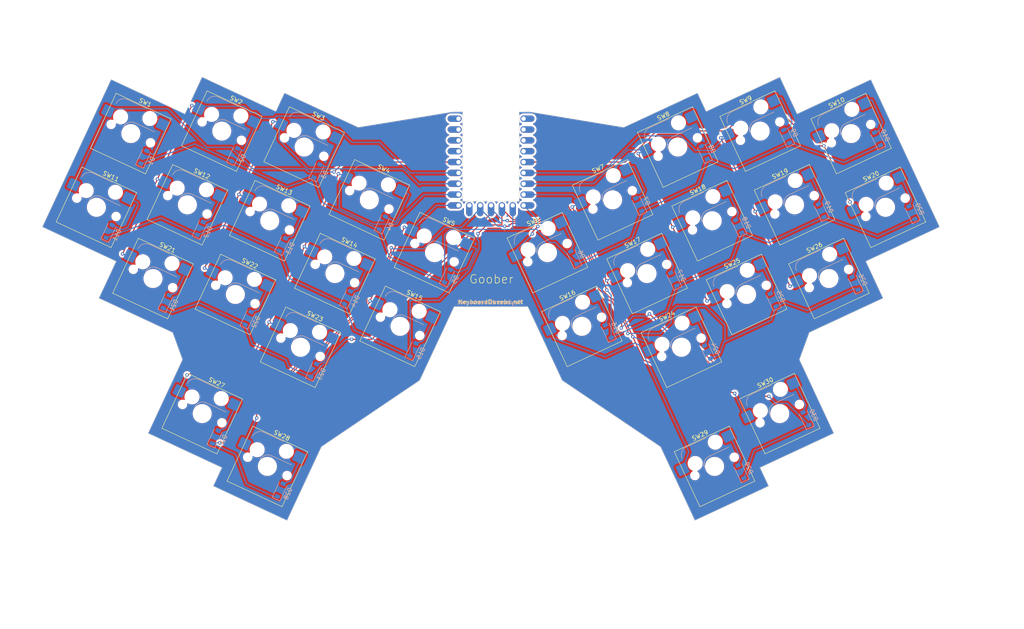
<source format=kicad_pcb>
(kicad_pcb (version 20221018) (generator pcbnew)
  (layers (0 "F.Cu" signal) (31 "B.Cu" signal) (34 "B.Paste" user) (35 "F.Paste" user) (36 "B.SilkS" user "B.Silkscreen") (37 "F.SilkS" user "F.Silkscreen") (38 "B.Mask" user) (39 "F.Mask" user) (44 "Edge.Cuts" user))
  (net 0 "")
  (net 1 "/ROW0")
  (net 2 "Net-(D1-A)")
  (net 3 "Net-(D2-A)")
  (net 4 "Net-(D3-A)")
  (net 5 "Net-(D4-A)")
  (net 6 "Net-(D5-A)")
  (net 7 "Net-(D6-A)")
  (net 8 "Net-(D7-A)")
  (net 9 "Net-(D8-A)")
  (net 10 "Net-(D9-A)")
  (net 11 "Net-(D10-A)")
  (net 12 "/ROW1")
  (net 13 "Net-(D11-A)")
  (net 14 "Net-(D12-A)")
  (net 15 "Net-(D13-A)")
  (net 16 "Net-(D14-A)")
  (net 17 "Net-(D15-A)")
  (net 18 "Net-(D16-A)")
  (net 19 "Net-(D17-A)")
  (net 20 "Net-(D18-A)")
  (net 21 "Net-(D19-A)")
  (net 22 "Net-(D20-A)")
  (net 23 "/ROW2")
  (net 24 "Net-(D21-A)")
  (net 25 "Net-(D22-A)")
  (net 26 "Net-(D23-A)")
  (net 27 "Net-(D24-A)")
  (net 28 "Net-(D25-A)")
  (net 29 "Net-(D26-A)")
  (net 30 "/ROW3")
  (net 31 "Net-(D27-A)")
  (net 32 "Net-(D28-A)")
  (net 33 "Net-(D29-A)")
  (net 34 "Net-(D30-A)")
  (net 35 "/COL0")
  (net 36 "/COL1")
  (net 37 "/COL2")
  (net 38 "/COL3")
  (net 39 "/COL4")
  (net 40 "/COL5")
  (net 41 "/COL6")
  (net 42 "/COL7")
  (net 43 "/COL8")
  (net 44 "/COL9")
  (footprint "PCM_Switch_Keyboard_Hotswap_Kailh:SW_Hotswap_Kailh_MX_1.00u" (layer "F.Cu") (at 158.678038 71.078901 25)
    (fp_text reference "SW17")
    (fp_text value "SW_Push")
  )
  (footprint "PCM_Switch_Keyboard_Hotswap_Kailh:SW_Hotswap_Kailh_MX_1.00u" (layer "F.Cu") (at 135.374716 66.180906 25)
    (fp_text reference "SW6")
    (fp_text value "SW_Push")
  )
  (footprint "PCM_Switch_Keyboard_Hotswap_Kailh:SW_Hotswap_Kailh_MX_1.00u" (layer "F.Cu") (at 150.62716 53.813737 25)
    (fp_text reference "SW7")
    (fp_text value "SW_Push")
  )
  (footprint "PCM_Switch_Keyboard_Hotswap_Kailh:SW_Hotswap_Kailh_MX_1.00u" (layer "F.Cu") (at 37.85974 38.291375 -25)
    (fp_text reference "SW1")
    (fp_text value "SW_Push")
  )
  (footprint "PCM_Switch_Keyboard_Hotswap_Kailh:SW_Hotswap_Kailh_MX_1.00u" (layer "F.Cu") (at 201.259243 72.242308 25)
    (fp_text reference "SW26")
    (fp_text value "SW_Push")
  )
  (footprint "PCM_Switch_Keyboard_Hotswap_Kailh:SW_Hotswap_Kailh_MX_1.00u" (layer "F.Cu") (at 93.680669 53.811427 -25)
    (fp_text reference "SW4")
    (fp_text value "SW_Push")
  )
  (footprint "PCM_Switch_Keyboard_Hotswap_Kailh:SW_Hotswap_Kailh_MX_1.00u" (layer "F.Cu") (at 54.566443 103.88505 -25)
    (fp_text reference "SW27")
    (fp_text value "SW_Push")
  )
  (footprint "PCM_Switch_Keyboard_Hotswap_Kailh:SW_Hotswap_Kailh_MX_1.00u" (layer "F.Cu") (at 43.048586 72.239998 -25)
    (fp_text reference "SW21")
    (fp_text value "SW_Push")
  )
  (footprint "PCM_Switch_Keyboard_Hotswap_Kailh:SW_Hotswap_Kailh_MX_1.00u" (layer "F.Cu") (at 100.882235 83.44376 -25)
    (fp_text reference "SW15")
    (fp_text value "SW_Push")
  )
  (footprint "PCM_Switch_Keyboard_Hotswap_Kailh:SW_Hotswap_Kailh_MX_1.00u" (layer "F.Cu") (at 206.448089 38.293685 25)
    (fp_text reference "SW10")
    (fp_text value "SW_Push")
  )
  (footprint "PCM_Switch_Keyboard_Hotswap_Kailh:SW_Hotswap_Kailh_MX_1.00u" (layer "F.Cu") (at 173.930482 58.711732 25)
    (fp_text reference "SW18")
    (fp_text value "SW_Push")
  )
  (footprint "PCM_Switch_Keyboard_Hotswap_Kailh:SW_Hotswap_Kailh_MX_1.00u" (layer "F.Cu") (at 62.326469 75.974585 -25)
    (fp_text reference "SW22")
    (fp_text value "SW_Push")
  )
  (footprint "PCM_Switch_Keyboard_Hotswap_Kailh:SW_Hotswap_Kailh_MX_1.00u" (layer "F.Cu") (at 51.099464 54.974835 -25)
    (fp_text reference "SW12")
    (fp_text value "SW_Push")
  )
  (footprint "PCM_Switch_Keyboard_Hotswap_Kailh:SW_Hotswap_Kailh_MX_1.00u" (layer "F.Cu") (at 174.488942 116.254529 25)
    (fp_text reference "SW29")
    (fp_text value "SW_Push")
  )
  (footprint "PCM_Switch_Keyboard_Hotswap_Kailh:SW_Hotswap_Kailh_MX_1.00u" (layer "F.Cu") (at 214.498967 55.558849 25)
    (fp_text reference "SW20")
    (fp_text value "SW_Push")
  )
  (footprint "PCM_Switch_Keyboard_Hotswap_Kailh:SW_Hotswap_Kailh_MX_1.00u" (layer "F.Cu") (at 77.578913 88.341754 -25)
    (fp_text reference "SW23")
    (fp_text value "SW_Push")
  )
  (footprint "PCM_Switch_Keyboard_Hotswap_Kailh:SW_Hotswap_Kailh_MX_1.00u" (layer "F.Cu") (at 181.98136 75.976895 25)
    (fp_text reference "SW25")
    (fp_text value "SW_Push")
  )
  (footprint "PCM_Switch_Keyboard_Hotswap_Kailh:SW_Hotswap_Kailh_MX_1.00u" (layer "F.Cu") (at 85.629791 71.076591 -25)
    (fp_text reference "SW14")
    (fp_text value "SW_Push")
  )
  (footprint "PCM_Switch_Keyboard_Hotswap_Kailh:SW_Hotswap_Kailh_MX_1.00u" (layer "F.Cu") (at 165.879604 41.446569 25)
    (fp_text reference "SW8")
    (fp_text value "SW_Push")
  )
  (footprint "PCM_Switch_Keyboard_Hotswap_Kailh:SW_Hotswap_Kailh_MX_1.00u" (layer "F.Cu") (at 69.818887 116.252219 -25)
    (fp_text reference "SW28")
    (fp_text value "SW_Push")
  )
  (footprint "PCM_Switch_Keyboard_Hotswap_Kailh:SW_Hotswap_Kailh_MX_1.00u" (layer "F.Cu") (at 29.808862 55.556539 -25)
    (fp_text reference "SW11")
    (fp_text value "SW_Push")
  )
  (footprint "PCM_Switch_Keyboard_Hotswap_Kailh:SW_Hotswap_Kailh_MX_1.00u" (layer "F.Cu") (at 189.741386 103.88736 25)
    (fp_text reference "SW30")
    (fp_text value "SW_Push")
  )
  (footprint "PCM_Switch_Keyboard_Hotswap_Kailh:SW_Hotswap_Kailh_MX_1.00u" (layer "F.Cu") (at 185.157487 37.711982 25)
    (fp_text reference "SW9")
    (fp_text value "SW_Push")
  )
  (footprint "PCM_Switch_Keyboard_Hotswap_Kailh:SW_Hotswap_Kailh_MX_1.00u" (layer "F.Cu") (at 70.377347 58.709422 -25)
    (fp_text reference "SW13")
    (fp_text value "SW_Push")
  )
  (footprint "PCM_Switch_Keyboard_Hotswap_Kailh:SW_Hotswap_Kailh_MX_1.00u" (layer "F.Cu") (at 193.208365 54.977145 25)
    (fp_text reference "SW19")
    (fp_text value "SW_Push")
  )
  (footprint "PCM_Switch_Keyboard_Hotswap_Kailh:SW_Hotswap_Kailh_MX_1.00u" (layer "F.Cu") (at 108.933113 66.178596 -25)
    (fp_text reference "SW5")
    (fp_text value "SW_Push")
  )
  (footprint "PCM_Switch_Keyboard_Hotswap_Kailh:SW_Hotswap_Kailh_MX_1.00u" (layer "F.Cu") (at 166.728916 88.344064 25)
    (fp_text reference "SW24")
    (fp_text value "SW_Push")
  )
  (footprint "PCM_Switch_Keyboard_Hotswap_Kailh:SW_Hotswap_Kailh_MX_1.00u" (layer "F.Cu") (at 78.428225 41.444259 -25)
    (fp_text reference "SW3")
    (fp_text value "SW_Push")
  )
  (footprint "PCM_Switch_Keyboard_Hotswap_Kailh:SW_Hotswap_Kailh_MX_1.00u" (layer "F.Cu") (at 59.150342 37.709672 -25)
    (fp_text reference "SW2")
    (fp_text value "SW_Push")
  )
  (footprint "PCM_Switch_Keyboard_Hotswap_Kailh:SW_Hotswap_Kailh_MX_1.00u" (layer "F.Cu") (at 143.425594 83.44607 25)
    (fp_text reference "SW16")
    (fp_text value "SW_Push")
  )
  (footprint "Diode_SMD:D_SOD-123" (layer "B.Cu") (at 96.755046 59.238709 65)
    (fp_text reference "D4")
    (fp_text value "1N4148W")
  )
  (footprint "Diode_SMD:D_SOD-123" (layer "B.Cu") (at 191.345292 38.961469 115)
    (fp_text reference "D9")
    (fp_text value "1N4148W")
  )
  (footprint "Diode_SMD:D_SOD-123" (layer "B.Cu") (at 62.170624 43.252961 65)
    (fp_text reference "D2")
    (fp_text value "1N4148W")
  )
  (footprint "Diode_SMD:D_SOD-123" (layer "B.Cu") (at 220.68635 56.80743 115)
    (fp_text reference "D20")
    (fp_text value "1N4148W")
  )
  (footprint "Diode_SMD:D_SOD-123" (layer "B.Cu") (at 32.776316 61.213116 65)
    (fp_text reference "D11")
    (fp_text value "1N4148W")
  )
  (footprint "Diode_SMD:D_SOD-123" (layer "B.Cu") (at 172.093823 42.752701 115)
    (fp_text reference "D8")
    (fp_text value "1N4148W")
  )
  (footprint "Diode_SMD:D_SOD-123" (layer "B.Cu") (at 40.880444 43.833758 65)
    (fp_text reference "D1")
    (fp_text value "1N4148W")
  )
  (footprint "Diode_SMD:D_SOD-123" (layer "B.Cu") (at 180.676325 117.50311 115)
    (fp_text reference "D29")
    (fp_text value "1N4148W")
  )
  (footprint "Diode_SMD:D_SOD-123" (layer "B.Cu") (at 73.371215 64.309356 65)
    (fp_text reference "D13")
    (fp_text value "1N4148W")
  )
  (footprint "Diode_SMD:D_SOD-123" (layer "B.Cu") (at 172.862626 89.477544 115)
    (fp_text reference "D24")
    (fp_text value "1N4148W")
  )
  (footprint "Diode_SMD:D_SOD-123" (layer "B.Cu") (at 80.65329 93.769036 65)
    (fp_text reference "D23")
    (fp_text value "1N4148W")
  )
  (footprint "Diode_SMD:D_SOD-123" (layer "B.Cu") (at 180.144701 60.017864 115)
    (fp_text reference "D18")
    (fp_text value "1N4148W")
  )
  (footprint "Diode_SMD:D_SOD-123" (layer "B.Cu") (at 141.535263 67.371937 115)
    (fp_text reference "D6")
    (fp_text value "1N4148W")
  )
  (footprint "Diode_SMD:D_SOD-123" (layer "B.Cu") (at 57.613984 109.369882 65)
    (fp_text reference "D27")
    (fp_text value "1N4148W")
  )
  (footprint "Diode_SMD:D_SOD-123" (layer "B.Cu") (at 65.320337 81.574519 65)
    (fp_text reference "D22")
    (fp_text value "1N4148W")
  )
  (footprint "Diode_SMD:D_SOD-123" (layer "B.Cu") (at 54.119746 60.518124 65)
    (fp_text reference "D12")
    (fp_text value "1N4148W")
  )
  (footprint "Diode_SMD:D_SOD-123" (layer "B.Cu") (at 195.901932 105.078391 115)
    (fp_text reference "D30")
    (fp_text value "1N4148W")
  )
  (footprint "mcu:rp2040-zero-tht-nocut-extendedpads" (layer "B.Cu") (at 122.174 44.958 180)
    (fp_text reference "U1" hide)
    (fp_text value "rp2040-zero" hide)
  )
  (footprint "Diode_SMD:D_SOD-123" (layer "B.Cu") (at 72.839591 121.794602 65)
    (fp_text reference "D28")
    (fp_text value "1N4148W")
  )
  (footprint "Diode_SMD:D_SOD-123" (layer "B.Cu") (at 156.76087 54.947218 115)
    (fp_text reference "D7")
    (fp_text value "1N4148W")
  )
  (footprint "Diode_SMD:D_SOD-123" (layer "B.Cu") (at 207.392953 73.375789 115)
    (fp_text reference "D26")
    (fp_text value "1N4148W")
  )
  (footprint "Diode_SMD:D_SOD-123" (layer "B.Cu") (at 103.929775 88.928592 65)
    (fp_text reference "D15")
    (fp_text value "1N4148W")
  )
  (footprint "Diode_SMD:D_SOD-123" (layer "B.Cu") (at 164.919093 72.442583 115)
    (fp_text reference "D17")
    (fp_text value "1N4148W")
  )
  (footprint "Diode_SMD:D_SOD-123" (layer "B.Cu") (at 81.422093 47.044192 65)
    (fp_text reference "D3")
    (fp_text value "1N4148W")
  )
  (footprint "Diode_SMD:D_SOD-123" (layer "B.Cu") (at 88.596823 76.734075 65)
    (fp_text reference "D14")
    (fp_text value "1N4148W")
  )
  (footprint "Diode_SMD:D_SOD-123" (layer "B.Cu") (at 212.635472 39.542267 115)
    (fp_text reference "D10")
    (fp_text value "1N4148W")
  )
  (footprint "Diode_SMD:D_SOD-123" (layer "B.Cu") (at 199.44942 56.340827 115)
    (fp_text reference "D19")
    (fp_text value "1N4148W")
  )
  (footprint "Diode_SMD:D_SOD-123" (layer "B.Cu") (at 149.586141 84.6371 115)
    (fp_text reference "D16")
    (fp_text value "1N4148W")
  )
  (footprint "Diode_SMD:D_SOD-123" (layer "B.Cu") (at 46.122963 77.66728 65)
    (fp_text reference "D21")
    (fp_text value "1N4148W")
  )
  (footprint "Diode_SMD:D_SOD-123" (layer "B.Cu") (at 111.980653 71.663429 65)
    (fp_text reference "D5")
    (fp_text value "1N4148W")
  )
  (footprint "Diode_SMD:D_SOD-123" (layer "B.Cu") (at 188.195579 77.283027 115)
    (fp_text reference "D25")
    (fp_text value "1N4148W")
  )
  (gr_line (start 187.15 120.86) (end 185.13 116.54) (stroke (width 0.1)) (layer "Edge.Cuts"))
  (gr_line (start 131.19 33.2) (end 128.77 33.22) (stroke (width 0.1)) (layer "Edge.Cuts"))
  (gr_line (start 115.5 33.2) (end 113.18 33.21) (stroke (width 0.1)) (layer "Edge.Cuts"))
  (gr_line (start 54.54 25.05) (end 50.51 33.69) (stroke (width 0.1)) (layer "Edge.Cuts"))
  (gr_line (start 59.17 116.54) (end 57.16 120.86) (stroke (width 0.1)) (layer "Edge.Cuts"))
  (gr_line (start 138.82 96.11) (end 161.84 111.66) (stroke (width 0.1)) (layer "Edge.Cuts"))
  (gr_line (start 189.77 25.06) (end 172.51 33.1) (stroke (width 0.1)) (layer "Edge.Cuts"))
  (gr_line (start 57.16 120.86) (end 74.42 128.92) (stroke (width 0.1)) (layer "Edge.Cuts"))
  (gr_line (start 115.5 54.15) (end 115.5 33.2) (stroke (width 0.1)) (layer "Edge.Cuts"))
  (gr_line (start 74.42 128.92) (end 82.47 111.65) (stroke (width 0.1)) (layer "Edge.Cuts"))
  (gr_line (start 161.84 111.66) (end 169.88 128.91) (stroke (width 0.1)) (layer "Edge.Cuts"))
  (gr_line (start 211.06 25.63) (end 193.8 33.68) (stroke (width 0.1)) (layer "Edge.Cuts"))
  (gr_line (start 113.18 33.21) (end 91.08 36.83) (stroke (width 0.1)) (layer "Edge.Cuts"))
  (gr_line (start 153.22 36.84) (end 131.19 33.2) (stroke (width 0.1)) (layer "Edge.Cuts"))
  (gr_line (start 71.81 33.1) (end 54.54 25.05) (stroke (width 0.1)) (layer "Edge.Cuts"))
  (gr_line (start 227.16 60.16) (end 211.06 25.63) (stroke (width 0.1)) (layer "Edge.Cuts"))
  (gr_line (start 202.4 108.49) (end 194.35 91.23) (stroke (width 0.1)) (layer "Edge.Cuts"))
  (gr_line (start 91.08 36.83) (end 73.82 28.78) (stroke (width 0.1)) (layer "Edge.Cuts"))
  (gr_line (start 50.51 33.69) (end 33.25 25.61) (stroke (width 0.1)) (layer "Edge.Cuts"))
  (gr_line (start 47.66 84.9) (end 49.95 91.23) (stroke (width 0.1)) (layer "Edge.Cuts"))
  (gr_line (start 73.82 28.78) (end 71.81 33.1) (stroke (width 0.1)) (layer "Edge.Cuts"))
  (gr_line (start 170.49 28.79) (end 153.22 36.84) (stroke (width 0.1)) (layer "Edge.Cuts"))
  (gr_line (start 33.25 25.61) (end 17.15 60.16) (stroke (width 0.1)) (layer "Edge.Cuts"))
  (gr_line (start 172.51 33.1) (end 170.49 28.79) (stroke (width 0.1)) (layer "Edge.Cuts"))
  (gr_line (start 105.48 96.1) (end 113.54 78.83) (stroke (width 0.1)) (layer "Edge.Cuts"))
  (gr_line (start 41.91 108.49) (end 59.17 116.54) (stroke (width 0.1)) (layer "Edge.Cuts"))
  (gr_line (start 128.77 33.22) (end 128.76 54.16) (stroke (width 0.1)) (layer "Edge.Cuts"))
  (gr_line (start 113.54 78.83) (end 130.77 78.83) (stroke (width 0.1)) (layer "Edge.Cuts"))
  (gr_line (start 193.8 33.68) (end 189.77 25.06) (stroke (width 0.1)) (layer "Edge.Cuts"))
  (gr_line (start 82.47 111.65) (end 105.48 96.1) (stroke (width 0.1)) (layer "Edge.Cuts"))
  (gr_line (start 130.77 78.83) (end 138.82 96.11) (stroke (width 0.1)) (layer "Edge.Cuts"))
  (gr_line (start 185.13 116.54) (end 202.4 108.49) (stroke (width 0.1)) (layer "Edge.Cuts"))
  (gr_line (start 213.92 76.85) (end 209.9 68.21) (stroke (width 0.1)) (layer "Edge.Cuts"))
  (gr_line (start 169.88 128.91) (end 187.15 120.86) (stroke (width 0.1)) (layer "Edge.Cuts"))
  (gr_line (start 17.15 60.16) (end 34.42 68.22) (stroke (width 0.1)) (layer "Edge.Cuts"))
  (gr_line (start 209.9 68.21) (end 227.16 60.16) (stroke (width 0.1)) (layer "Edge.Cuts"))
  (gr_line (start 30.39 76.85) (end 47.66 84.9) (stroke (width 0.1)) (layer "Edge.Cuts"))
  (gr_line (start 49.95 91.23) (end 41.91 108.49) (stroke (width 0.1)) (layer "Edge.Cuts"))
  (gr_line (start 194.35 91.23) (end 196.66 84.89) (stroke (width 0.1)) (layer "Edge.Cuts"))
  (gr_line (start 196.66 84.89) (end 213.92 76.85) (stroke (width 0.1)) (layer "Edge.Cuts"))
  (gr_line (start 34.42 68.22) (end 30.39 76.85) (stroke (width 0.1)) (layer "Edge.Cuts"))
  (gr_line (start 128.76 54.16) (end 115.5 54.15) (stroke (width 0.1)) (layer "Edge.Cuts"))
  (gr_text "KeyboardDweebs.net" (at 129.52 78.35) (layer "B.SilkS") (effects (font (size 1 1)) (justify left bottom mirror)))
  (gr_text "KeyboardDweebs.net" (at 114.45 78.31) (layer "F.SilkS") (effects (font (size 1 1)) (justify left bottom)))
  (gr_text "Goober" (at 116.97 73.56) (layer "F.SilkS") (effects (font (size 2 2)) (justify left bottom)))
  (segment (start 52.839816 40.722507) (end 61.473304 44.748369) (width 0.25) (layer "B.Cu") (net 1))
  (segment (start 82.936201 54.61545) (end 96.057726 60.734117) (width 0.25) (layer "B.Cu") (net 1))
  (segment (start 179.037096 46.521449) (end 192.042612 40.456877) (width 0.25) (layer "B.Cu") (net 1))
  (segment (start 127.254 60.731837) (end 132.867837 60.731837) (width 0.25) (layer "B.Cu") (net 1))
  (segment (start 204.699304 45.063536) (end 213.332792 41.037675) (width 0.25) (layer "B.Cu") (net 1))
  (segment (start 111.283333 73.158837) (end 111.308113 73.134057) (width 0.25) (layer "B.Cu") (net 1))
  (segment (start 127.254 60.731837) (end 127.254 55.118) (width 0.25) (layer "B.Cu") (net 1))
  (segment (start 111.308113 73.134057) (end 111.308113 62.03492) (width 0.25) (layer "B.Cu") (net 1))
  (segment (start 157.458191 56.442626) (end 170.579715 50.323958) (width 0.25) (layer "B.Cu") (net 1))
  (segment (start 61.473304 44.748369) (end 74.47882 50.812941) (width 0.25) (layer "B.Cu") (net 1))
  (segment (start 155.123905 62.856023) (end 157.458191 56.442626) (width 0.25) (layer "B.Cu") (net 1))
  (segment (start 132.867837 60.731837) (end 135.941906 63.805906) (width 0.25) (layer "B.Cu") (net 1))
  (segment (start 80.724773 48.5396) (end 82.936201 54.61545) (width 0.25) (layer "B.Cu") (net 1))
  (segment (start 172.791143 44.248108) (end 179.037096 46.521449) (width 0.25) (layer "B.Cu") (net 1))
  (segment (start 170.579715 50.323958) (end 172.791143 44.248108) (width 0.25) (layer "B.Cu") (net 1))
  (segment (start 192.042612 40.456877) (end 204.699304 45.063536) (width 0.25) (layer "B.Cu") (net 1))
  (segment (start 135.941906 63.805906) (end 137.171144 63.805906) (width 0.25) (layer "B.Cu") (net 1))
  (segment (start 98.392011 67.147514) (end 111.283333 73.158836) (width 0.25) (layer "B.Cu") (net 1))
  (segment (start 137.171144 63.805906) (end 142.232583 68.867345) (width 0.25) (layer "B.Cu") (net 1))
  (segment (start 96.057726 60.734117) (end 98.392011 67.147514) (width 0.25) (layer "B.Cu") (net 1))
  (segment (start 40.183124 45.329166) (end 52.839816 40.722507) (width 0.25) (layer "B.Cu") (net 1))
  (segment (start 142.232583 68.867345) (end 155.123905 62.856023) (width 0.25) (layer "B.Cu") (net 1))
  (segment (start 112.611196 60.731837) (end 127.254 60.731837) (width 0.25) (layer "B.Cu") (net 1))
  (segment (start 111.308113 62.03492) (end 112.611196 60.731837) (width 0.25) (layer "B.Cu") (net 1))
  (segment (start 74.47882 50.812941) (end 80.724773 48.5396) (width 0.25) (layer "B.Cu") (net 1))
  (segment (start 45.792719 37.506457) (end 43.13593 43.203961) (width 0.25) (layer "B.Cu") (net 2))
  (segment (start 45.301291 36.156268) (end 45.792719 37.506457) (width 0.25) (layer "B.Cu") (net 2))
  (segment (start 43.13593 43.203961) (end 41.638709 42.505795) (width 0.25) (layer "B.Cu") (net 2))
  (segment (start 41.638709 42.505795) (end 41.577764 42.338351) (width 0.25) (layer "B.Cu") (net 2))
  (segment (start 64.250002 42.399811) (end 62.870602 41.756586) (width 0.25) (layer "B.Cu") (net 3))
  (segment (start 66.591893 35.574564) (end 66.960465 36.587206) (width 0.25) (layer "B.Cu") (net 3))
  (segment (start 66.960465 36.587206) (end 64.250002 42.399811) (width 0.25) (layer "B.Cu") (net 3))
  (segment (start 62.870602 41.756586) (end 62.867944 41.757553) (width 0.25) (layer "B.Cu") (net 3))
  (segment (start 83.554721 46.076847) (end 82.289516 45.486872) (width 0.25) (layer "B.Cu") (net 4))
  (segment (start 83.892269 45.95399) (end 83.554721 46.076847) (width 0.25) (layer "B.Cu") (net 4))
  (segment (start 85.869776 39.309151) (end 86.790585 39.738531) (width 0.25) (layer "B.Cu") (net 4))
  (segment (start 86.790585 39.738531) (end 83.892269 45.95399) (width 0.25) (layer "B.Cu") (net 4))
  (segment (start 82.289516 45.486872) (end 82.119413 45.548784) (width 0.25) (layer "B.Cu") (net 4))
  (segment (start 101.12222 51.67632) (end 102.906287 52.508244) (width 0.25) (layer "B.Cu") (net 5))
  (segment (start 97.513311 57.910746) (end 97.452366 57.743301) (width 0.25) (layer "B.Cu") (net 5))
  (segment (start 102.937001 52.592631) (end 99.93134 59.038292) (width 0.25) (layer "B.Cu") (net 5))
  (segment (start 99.93134 59.038292) (end 97.513311 57.910746) (width 0.25) (layer "B.Cu") (net 5))
  (segment (start 102.906287 52.508244) (end 102.937001 52.592631) (width 0.25) (layer "B.Cu") (net 5))
  (segment (start 112.848076 70.106108) (end 112.677973 70.168021) (width 0.25) (layer "B.Cu") (net 6))
  (segment (start 116.436092 64.212262) (end 118.853215 65.339385) (width 0.25) (layer "B.Cu") (net 6))
  (segment (start 118.853215 65.339385) (end 116.706314 69.943429) (width 0.25) (layer "B.Cu") (net 6))
  (segment (start 116.706314 69.943429) (end 114.343484 70.803429) (width 0.25) (layer "B.Cu") (net 6))
  (segment (start 114.343484 70.803429) (end 112.848076 70.106108) (width 0.25) (layer "B.Cu") (net 6))
  (segment (start 116.374664 64.043489) (end 116.436092 64.212262) (width 0.25) (layer "B.Cu") (net 6))
  (segment (start 141.442555 64.215372) (end 140.837943 65.876529) (width 0.25) (layer "B.Cu") (net 7))
  (segment (start 138.522466 59.107927) (end 139.170981 59.343967) (width 0.25) (layer "B.Cu") (net 7))
  (segment (start 139.170981 59.343967) (end 141.442555 64.215372) (width 0.25) (layer "B.Cu") (net 7))
  (segment (start 158.104543 51.518073) (end 157.674059 52.700817) (width 0.25) (layer "B.Cu") (net 8))
  (segment (start 155.528262 45.993221) (end 158.104543 51.518073) (width 0.25) (layer "B.Cu") (net 8))
  (segment (start 157.674059 52.700817) (end 156.06355 53.45181) (width 0.25) (layer "B.Cu") (net 8))
  (segment (start 153.859296 46.771472) (end 155.528262 45.993221) (width 0.25) (layer "B.Cu") (net 8))
  (segment (start 153.774909 46.740758) (end 153.859296 46.771472) (width 0.25) (layer "B.Cu") (net 8))
  (segment (start 169.027353 34.373589) (end 170.546316 34.926446) (width 0.25) (layer "B.Cu") (net 9))
  (segment (start 170.546316 34.926446) (end 173.068924 40.336198) (width 0.25) (layer "B.Cu") (net 9))
  (segment (start 173.068924 40.336198) (end 173.007012 40.5063) (width 0.25) (layer "B.Cu") (net 9))
  (segment (start 173.007012 40.5063) (end 171.396503 41.257293) (width 0.25) (layer "B.Cu") (net 9))
  (segment (start 192.63487 35.416317) (end 192.143441 36.766506) (width 0.25) (layer "B.Cu") (net 10))
  (segment (start 190.64894 37.463404) (end 190.647972 37.466061) (width 0.25) (layer "B.Cu") (net 10))
  (segment (start 188.389623 30.669717) (end 190.058589 29.891465) (width 0.25) (layer "B.Cu") (net 10))
  (segment (start 192.143441 36.766506) (end 190.64894 37.463404) (width 0.25) (layer "B.Cu") (net 10))
  (segment (start 188.305236 30.639002) (end 188.389623 30.669717) (width 0.25) (layer "B.Cu") (net 10))
  (segment (start 190.058589 29.891465) (end 192.63487 35.416317) (width 0.25) (layer "B.Cu") (net 10))
  (segment (start 209.626553 31.136319) (end 211.295518 30.358068) (width 0.25) (layer "B.Cu") (net 11))
  (segment (start 211.295518 30.358068) (end 213.764454 35.652718) (width 0.25) (layer "B.Cu") (net 11))
  (segment (start 213.088256 37.510556) (end 211.938152 38.046859) (width 0.25) (layer "B.Cu") (net 11))
  (segment (start 213.764454 35.652718) (end 213.088256 37.510556) (width 0.25) (layer "B.Cu") (net 11))
  (segment (start 209.595838 31.220706) (end 209.626553 31.136319) (width 0.25) (layer "B.Cu") (net 11))
  (segment (start 140.877861 56.21236) (end 140.61 55.98) (width 0.25) (layer "F.Cu") (net 12))
  (segment (start 124.714 55.88828) (end 124.714 55.118) (width 0.25) (layer "F.Cu") (net 12))
  (segment (start 119.126 61.722) (end 121.158 59.69) (width 0.25) (layer "F.Cu") (net 12))
  (segment (start 137.16 54.61) (end 133.35 58.42) (width 0.25) (layer "F.Cu") (net 12))
  (segment (start 139.954 54.61) (end 137.16 54.61) (width 0.25) (layer "F.Cu") (net 12))
  (segment (start 148.31 72.55) (end 148.13 72.22) (width 0.25) (layer "F.Cu") (net 12))
  (segment (start 140.97 56.45) (end 140.877861 56.21236) (width 0.25) (layer "F.Cu") (net 12))
  (segment (start 148.45 72.77) (end 148.31 72.55) (width 0.25) (layer "F.Cu") (net 12))
  (segment (start 148.13 72.22) (end 140.97 56.45) (width 0.25) (layer "F.Cu") (net 12))
  (segment (start 127.24572 58.42) (end 124.714 55.88828) (width 0.25) (layer "F.Cu") (net 12))
  (segment (start 133.35 58.42) (end 127.24572 58.42) (width 0.25) (layer "F.Cu") (net 12))
  (segment (start 140.61 55.98) (end 139.954 54.61) (width 0.25) (layer "F.Cu") (net 12))
  (segment (start 124.714 59.69) (end 124.714 55.118) (width 0.25) (layer "F.Cu") (net 12))
  (segment (start 121.158 59.69) (end 124.714 59.69) (width 0.25) (layer "F.Cu") (net 12))
  (segment (start 149.260829 74.94) (end 148.45 72.77) (width 0.25) (layer "F.Cu") (net 12))
  (via (at 119.126 61.722) (size 0.8) (drill 0.4) (layers "F.Cu" "B.Cu") (net 12))
  (via (at 149.260829 74.94) (size 0.8) (drill 0.4) (layers "F.Cu" "B.Cu") (net 12))
  (segment (start 53.422426 62.013532) (end 59.668378 59.740191) (width 0.25) (layer "B.Cu") (net 12))
  (segment (start 59.668378 59.740191) (end 72.673895 65.804763) (width 0.25) (layer "B.Cu") (net 12))
  (segment (start 44.903133 58.04092) (end 53.422426 62.013532) (width 0.25) (layer "B.Cu") (net 12))
  (segment (start 118.872 62.992) (end 119.339828 63.459828) (width 0.25) (layer "B.Cu") (net 12))
  (segment (start 200.14674 57.836235) (end 212.635987 62.381949) (width 0.25) (layer "B.Cu") (net 12))
  (segment (start 165.616414 73.937991) (end 178.507735 67.926669) (width 0.25) (layer "B.Cu") (net 12))
  (segment (start 212.635987 62.381949) (end 221.38367 58.302838) (width 0.25) (layer "B.Cu") (net 12))
  (segment (start 119.126 61.722) (end 119.126 62.738) (width 0.25) (layer "B.Cu") (net 12))
  (segment (start 90.110931 84.305333) (end 103.232455 90.424) (width 0.25) (layer "B.Cu") (net 12))
  (segment (start 103.1 77.34) (end 103.257235 77.497235) (width 0.25) (layer "B.Cu") (net 12))
  (segment (start 87.899503 78.229483) (end 90.110931 84.305333) (width 0.25) (layer "B.Cu") (net 12))
  (segment (start 163.404985 80.013841) (end 165.616414 73.937991) (width 0.25) (layer "B.Cu") (net 12))
  (segment (start 103.257235 90.39922) (end 103.232455 90.424) (width 0.25) (layer "B.Cu") (net 12))
  (segment (start 119.126 62.738) (end 118.872 62.992) (width 0.25) (layer "B.Cu") (net 12))
  (segment (start 180.842021 61.513272) (end 187.255418 63.847557) (width 0.25) (layer "B.Cu") (net 12))
  (segment (start 32.078996 62.708524) (end 44.903133 58.04092) (width 0.25) (layer "B.Cu") (net 12))
  (segment (start 117.035378 70.30254) (end 109.997918 77.34) (width 0.25) (layer "B.Cu") (net 12))
  (segment (start 150.283461 76.115461) (end 150.283461 86.132508) (width 0.25) (layer "B.Cu") (net 12))
  (segment (start 109.997918 77.34) (end 103.1 77.34) (width 0.25) (layer "B.Cu") (net 12))
  (segment (start 187.255418 63.847557) (end 200.14674 57.836235) (width 0.25) (layer "B.Cu") (net 12))
  (segment (start 75.008181 72.21816) (end 87.899503 78.229483) (width 0.25) (layer "B.Cu") (net 12))
  (segment (start 119.339828 63.459828) (end 119.339828 65.360631) (width 0.25) (layer "B.Cu") (net 12))
  (segment (start 178.507735 67.926669) (end 180.842021 61.513272) (width 0.25) (layer "B.Cu") (net 12))
  (segment (start 119.339828 65.360631) (end 117.035378 70.30254) (width 0.25) (layer "B.Cu") (net 12))
  (segment (start 103.257235 77.497235) (end 103.257235 90.39922) (width 0.25) (layer "B.Cu") (net 12))
  (segment (start 149.260829 74.94) (end 150.283461 76.115461) (width 0.25) (layer "B.Cu") (net 12))
  (segment (start 150.283461 86.132508) (end 163.404985 80.013841) (width 0.25) (layer "B.Cu") (net 12))
  (segment (start 72.673895 65.804763) (end 75.008181 72.21816) (width 0.25) (layer "B.Cu") (net 12))
  (segment (start 39.594783 55.00508) (end 37.125847 60.29973) (width 0.25) (layer "B.Cu") (net 13))
  (segment (start 35.775658 60.791159) (end 33.473637 59.717709) (width 0.25) (layer "B.Cu") (net 13))
  (segment (start 37.125847 60.29973) (end 35.775658 60.791159) (width 0.25) (layer "B.Cu") (net 13))
  (segment (start 37.250413 53.421431) (end 39.379783 54.414373) (width 0.25) (layer "B.Cu") (net 13))
  (segment (start 39.379783 54.414373) (end 39.594783 55.00508) (width 0.25) (layer "B.Cu") (net 13))
  (segment (start 58.777056 53.488243) (end 56.478224 58.418104) (width 0.25) (layer "B.Cu") (net 14))
  (segment (start 56.478224 58.418104) (end 54.817066 59.022716) (width 0.25) (layer "B.Cu") (net 14))
  (segment (start 58.541015 52.839727) (end 58.777056 53.488243) (width 0.25) (layer "B.Cu") (net 14))
  (segment (start 75.729693 62.209336) (end 74.068535 62.813948) (width 0.25) (layer "B.Cu") (net 15))
  (segment (start 78.054939 57.22283) (end 75.729693 62.209336) (width 0.25) (layer "B.Cu") (net 15))
  (segment (start 77.818898 56.574314) (end 78.054939 57.22283) (width 0.25) (layer "B.Cu") (net 15))
  (segment (start 90.9553 74.634055) (end 89.294143 75.238667) (width 0.25) (layer "B.Cu") (net 16))
  (segment (start 93.307382 69.589999) (end 90.9553 74.634055) (width 0.25) (layer "B.Cu") (net 16))
  (segment (start 93.071342 68.941483) (end 93.307382 69.589999) (width 0.25) (layer "B.Cu") (net 16))
  (segment (start 108.323786 81.308652) (end 108.559826 81.957168) (width 0.25) (layer "B.Cu") (net 17))
  (segment (start 106.288253 86.828572) (end 104.627096 87.433184) (width 0.25) (layer "B.Cu") (net 17))
  (segment (start 108.559826 81.957168) (end 106.288253 86.828572) (width 0.25) (layer "B.Cu") (net 17))
  (segment (start 149.493432 81.480535) (end 148.888821 83.141692) (width 0.25) (layer "B.Cu") (net 18))
  (segment (start 146.573343 76.37309) (end 147.221859 76.609131) (width 0.25) (layer "B.Cu") (net 18))
  (segment (start 147.221859 76.609131) (end 149.493432 81.480535) (width 0.25) (layer "B.Cu") (net 18))
  (segment (start 164.826385 69.286018) (end 164.221773 70.947175) (width 0.25) (layer "B.Cu") (net 19))
  (segment (start 162.474303 64.241962) (end 164.826385 69.286018) (width 0.25) (layer "B.Cu") (net 19))
  (segment (start 161.825787 64.005921) (end 162.474303 64.241962) (width 0.25) (layer "B.Cu") (net 19))
  (segment (start 177.078231 51.638753) (end 177.726747 51.874793) (width 0.25) (layer "B.Cu") (net 20))
  (segment (start 177.726747 51.874793) (end 180.051993 56.861299) (width 0.25) (layer "B.Cu") (net 20))
  (segment (start 180.051993 56.861299) (end 179.447381 58.522456) (width 0.25) (layer "B.Cu") (net 20))
  (segment (start 199.356712 53.184262) (end 198.7521 54.84542) (width 0.25) (layer "B.Cu") (net 21))
  (segment (start 197.00463 48.140206) (end 199.356712 53.184262) (width 0.25) (layer "B.Cu") (net 21))
  (segment (start 196.356114 47.904166) (end 197.00463 48.140206) (width 0.25) (layer "B.Cu") (net 21))
  (segment (start 217.646716 48.485869) (end 218.295232 48.72191) (width 0.25) (layer "B.Cu") (net 22))
  (segment (start 220.593642 53.650865) (end 219.98903 55.312022) (width 0.25) (layer "B.Cu") (net 22))
  (segment (start 218.295232 48.72191) (end 220.593642 53.650865) (width 0.25) (layer "B.Cu") (net 22))
  (segment (start 140.680188 56.900188) (end 147.797313 72.575757) (width 0.25) (layer "F.Cu") (net 23))
  (segment (start 100.402653 80.318569) (end 94.229923 86.491299) (width 0.25) (layer "F.Cu") (net 23))
  (segment (start 139.791134 56.011134) (end 140.680188 56.900188) (width 0.25) (layer "F.Cu") (net 23))
  (segment (start 139.665335 55.06) (end 139.675335 55.07) (width 0.25) (layer "F.Cu") (net 23))
  (segment (start 147.797313 74.501789) (end 150.159796 76.864272) (width 0.25) (layer "F.Cu") (net 23))
  (segment (start 150.159796 76.864272) (end 150.159796 77.017101) (width 0.25) (layer "F.Cu") (net 23))
  (segment (start 147.797313 72.575757) (end 147.797313 74.501789) (width 0.25) (layer "F.Cu") (net 23))
  (segment (start 139.791134 55.311836) (end 139.791134 56.011134) (width 0.25) (layer "F.Cu") (net 23))
  (segment (start 100.402653 78.744557) (end 100.402653 80.318569) (width 0.25) (layer "F.Cu") (net 23))
  (segment (start 94.229923 86.491299) (end 89.539299 86.491299) (width 0.25) (layer "F.Cu") (net 23))
  (segment (start 154.191768 84.459908) (end 154.191768 85.109433) (width 0.25) (layer "F.Cu") (net 23))
  (segment (start 150.72113 77.017101) (end 154.191768 84.459908) (width 0.25) (layer "F.Cu") (net 23))
  (segment (start 139.675335 55.07) (end 139.791134 55.311836) (width 0.25) (layer "F.Cu") (net 23))
  (segment (start 122.174 55.118) (end 122.174 56.97321) (width 0.25) (layer "F.Cu") (net 23))
  (segment (start 122.174 56.97321) (end 100.402653 78.744557) (width 0.25) (layer "F.Cu") (net 23))
  (segment (start 137.346396 55.06) (end 139.665335 55.06) (width 0.25) (layer "F.Cu") (net 23))
  (segment (start 125.984 58.674) (end 126.18 58.87) (width 0.25) (layer "F.Cu") (net 23))
  (segment (start 126.18 58.87) (end 133.536396 58.87) (width 0.25) (layer "F.Cu") (net 23))
  (segment (start 133.536396 58.87) (end 137.346396 55.06) (width 0.25) (layer "F.Cu") (net 23))
  (segment (start 150.159796 77.017101) (end 150.72113 77.017101) (width 0.25) (layer "F.Cu") (net 23))
  (via (at 125.984 58.674) (size 0.8) (drill 0.4) (layers "F.Cu" "B.Cu") (net 23))
  (via (at 89.539299 86.491299) (size 0.8) (drill 0.4) (layers "F.Cu" "B.Cu") (net 23))
  (via (at 154.191768 85.109433) (size 0.8) (drill 0.4) (layers "F.Cu" "B.Cu") (net 23))
  (segment (start 83.107282 92.113132) (end 79.95597 95.264444) (width 0.25) (layer "B.Cu") (net 23))
  (segment (start 176.676474 87.138602) (end 176.934352 87.018352) (width 0.25) (layer "B.Cu") (net 23))
  (segment (start 164.338 82.525601) (end 164.338 80.01) (width 0.25) (layer "B.Cu") (net 23))
  (segment (start 176.934352 83.208352) (end 176.934352 87.018352) (width 0.25) (layer "B.Cu") (net 23))
  (segment (start 74.775514 92.848758) (end 79.95597 95.264444) (width 0.25) (layer "B.Cu") (net 23))
  (segment (start 125.984 58.674) (end 124.95972 58.674) (width 0.25) (layer "B.Cu") (net 23))
  (segment (start 164.338 80.01) (end 165.608 78.74) (width 0.25) (layer "B.Cu") (net 23))
  (segment (start 173.559946 90.972952) (end 175.632672 90.006424) (width 0.25) (layer "B.Cu") (net 23))
  (segment (start 64.562072 82.902482) (end 64.623017 83.069927) (width 0.25) (layer "B.Cu") (net 23))
  (segment (start 188.892899 78.778435) (end 190.963812 77.812752) (width 0.25) (layer "B.Cu") (net 23))
  (segment (start 88.260701 86.491299) (end 83.879893 90.872107) (width 0.25) (layer "B.Cu") (net 23))
  (segment (start 122.174 55.88828) (end 122.174 55.118) (width 0.25) (layer "B.Cu") (net 23))
  (segment (start 83.879893 90.872107) (end 83.340832 92.028127) (width 0.25) (layer "B.Cu") (net 23))
  (segment (start 161.754168 85.109433) (end 164.338 82.525601) (width 0.25) (layer "B.Cu") (net 23))
  (segment (start 47.61347 80.182889) (end 53.856765 77.910515) (width 0.25) (layer "B.Cu") (net 23))
  (segment (start 45.425643 79.162688) (end 47.61347 80.182889) (width 0.25) (layer "B.Cu") (net 23))
  (segment (start 196.197123 79.717522) (end 207.247734 74.564537) (width 0.25) (layer "B.Cu") (net 23))
  (segment (start 53.856765 77.910515) (end 64.562072 82.902482) (width 0.25) (layer "B.Cu") (net 23))
  (segment (start 66.282072 87.628143) (end 74.223141 91.331124) (width 0.25) (layer "B.Cu") (net 23))
  (segment (start 165.608 78.74) (end 172.466 78.74) (width 0.25) (layer "B.Cu") (net 23))
  (segment (start 207.247734 74.564537) (end 208.090273 74.871196) (width 0.25) (layer "B.Cu") (net 23))
  (segment (start 124.95972 58.674) (end 122.174 55.88828) (width 0.25) (layer "B.Cu") (net 23))
  (segment (start 64.623017 83.069927) (end 66.282072 87.628143) (width 0.25) (layer "B.Cu") (net 23))
  (segment (start 74.223141 91.331124) (end 74.775514 92.848758) (width 0.25) (layer "B.Cu") (net 23))
  (segment (start 154.191768 85.109433) (end 161.754168 85.109433) (width 0.25) (layer "B.Cu") (net 23))
  (segment (start 172.466 78.74) (end 176.934352 83.208352) (width 0.25) (layer "B.Cu") (net 23))
  (segment (start 176.934352 87.018352) (end 187.725272 81.986463) (width 0.25) (layer "B.Cu") (net 23))
  (segment (start 190.963812 77.812752) (end 196.197123 79.717522) (width 0.25) (layer "B.Cu") (net 23))
  (segment (start 89.539299 86.491299) (end 88.260701 86.491299) (width 0.25) (layer "B.Cu") (net 23))
  (segment (start 187.725272 81.986463) (end 188.892899 78.778435) (width 0.25) (layer "B.Cu") (net 23))
  (segment (start 175.632672 90.006424) (end 176.676474 87.138602) (width 0.25) (layer "B.Cu") (net 23))
  (segment (start 83.340832 92.028127) (end 83.107282 92.113132) (width 0.25) (layer "B.Cu") (net 23))
  (segment (start 50.490137 70.104891) (end 50.726178 70.753407) (width 0.25) (layer "B.Cu") (net 24))
  (segment (start 48.481441 75.56726) (end 46.820283 76.171872) (width 0.25) (layer "B.Cu") (net 24))
  (segment (start 50.726178 70.753407) (end 48.481441 75.56726) (width 0.25) (layer "B.Cu") (net 24))
  (segment (start 69.76802 73.839478) (end 70.004061 74.487994) (width 0.25) (layer "B.Cu") (net 25))
  (segment (start 67.678815 79.474499) (end 66.017657 80.079111) (width 0.25) (layer "B.Cu") (net 25))
  (segment (start 70.004061 74.487994) (end 67.678815 79.474499) (width 0.25) (layer "B.Cu") (net 25))
  (segment (start 85.020464 86.206646) (end 85.256504 86.855162) (width 0.25) (layer "B.Cu") (net 26))
  (segment (start 83.011768 91.669016) (end 81.35061 92.273628) (width 0.25) (layer "B.Cu") (net 26))
  (segment (start 85.256504 86.855162) (end 83.011768 91.669016) (width 0.25) (layer "B.Cu") (net 26))
  (segment (start 169.876665 81.271085) (end 170.525181 81.507125) (width 0.25) (layer "B.Cu") (net 27))
  (segment (start 170.525181 81.507125) (end 172.769918 86.320979) (width 0.25) (layer "B.Cu") (net 27))
  (segment (start 172.769918 86.320979) (end 172.165306 87.982137) (width 0.25) (layer "B.Cu") (net 27))
  (segment (start 188.102871 74.126462) (end 187.498259 75.787619) (width 0.25) (layer "B.Cu") (net 28))
  (segment (start 185.777625 69.139956) (end 188.102871 74.126462) (width 0.25) (layer "B.Cu") (net 28))
  (segment (start 185.129109 68.903916) (end 185.777625 69.139956) (width 0.25) (layer "B.Cu") (net 28))
  (segment (start 204.406992 65.169329) (end 205.055508 65.405369) (width 0.25) (layer "B.Cu") (net 29))
  (segment (start 207.300245 70.219223) (end 206.695633 71.880381) (width 0.25) (layer "B.Cu") (net 29))
  (segment (start 205.055508 65.405369) (end 207.300245 70.219223) (width 0.25) (layer "B.Cu") (net 29))
  (segment (start 152.749104 82.430896) (end 150.434448 77.467101) (width 0.25) (layer "F.Cu") (net 30))
  (segment (start 127.02 59.32) (end 126.332663 60.007337) (width 0.25) (layer "F.Cu") (net 30))
  (segment (start 59.944 110.744) (end 58.674 110.744) (width 0.25) (layer "F.Cu") (net 30))
  (segment (start 159.258 80.518) (end 163.30657 84.56657) (width 0.25) (layer "F.Cu") (net 30))
  (segment (start 152.749104 83.724896) (end 152.749104 82.430896) (width 0.25) (layer "F.Cu") (net 30))
  (segment (start 98.767372 65.062628) (end 98.767372 65.878773) (width 0.25) (layer "F.Cu") (net 30))
  (segment (start 152.654 83.82) (end 152.749104 83.724896) (width 0.25) (layer "F.Cu") (net 30))
  (segment (start 80.85 88.429424) (end 59.944 109.335424) (width 0.25) (layer "F.Cu") (net 30))
  (segment (start 98.767372 65.878773) (end 94.160347 75.758571) (width 0.25) (layer "F.Cu") (net 30))
  (segment (start 140.304219 57.160615) (end 138.653604 55.51) (width 0.25) (layer "F.Cu") (net 30))
  (segment (start 133.722792 59.32) (end 127.02 59.32) (width 0.25) (layer "F.Cu") (net 30))
  (segment (start 93.119937 77.822063) (end 83.058 87.884) (width 0.25) (layer "F.Cu") (net 30))
  (segment (start 149.9734 77.467101) (end 148.599564 76.093265) (width 0.25) (layer "F.Cu") (net 30))
  (segment (start 81.026 87.884) (end 80.85 88.06) (width 0.25) (layer "F.Cu") (net 30))
  (segment (start 148.599564 75.940436) (end 147.347313 74.688185) (width 0.25) (layer "F.Cu") (net 30))
  (segment (start 94.160347 75.758571) (end 93.119937 76.798982) (width 0.25) (layer "F.Cu") (net 30))
  (segment (start 150.434448 77.467101) (end 149.9734 77.467101) (width 0.25) (layer "F.Cu") (net 30))
  (segment (start 148.599564 76.093265) (end 148.599564 75.940436) (width 0.25) (layer "F.Cu") (net 30))
  (segment (start 169.418 87.122) (end 182.118 99.822) (width 0.25) (layer "F.Cu") (net 30))
  (segment (start 147.347313 72.67313) (end 140.304219 57.160615) (width 0.25) (layer "F.Cu") (net 30))
  (segment (start 126.332663 60.007337) (end 125.365305 60.007337) (width 0.25) (layer "F.Cu") (net 30))
  (segment (start 98.806 65.024) (end 98.767372 65.062628) (width 0.25) (layer "F.Cu") (net 30))
  (segment (start 93.119937 76.798982) (end 93.119937 77.822063) (width 0.25) (layer "F.Cu") (net 30))
  (segment (start 59.944 109.335424) (end 59.944 110.744) (width 0.25) (layer "F.Cu") (net 30))
  (segment (start 166.86257 84.56657) (end 169.418 87.122) (width 0.25) (layer "F.Cu") (net 30))
  (segment (start 182.118 99.822) (end 187.198 99.822) (width 0.25) (layer "F.Cu") (net 30))
  (segment (start 137.532792 55.51) (end 133.722792 59.32) (width 0.25) (layer "F.Cu") (net 30))
  (segment (start 83.058 87.884) (end 81.026 87.884) (width 0.25) (layer "F.Cu") (net 30))
  (segment (start 138.653604 55.51) (end 137.532792 55.51) (width 0.25) (layer "F.Cu") (net 30))
  (segment (start 163.30657 84.56657) (end 166.86257 84.56657) (width 0.25) (layer "F.Cu") (net 30))
  (segment (start 80.85 88.06) (end 80.85 88.429424) (width 0.25) (layer "F.Cu") (net 30))
  (segment (start 147.347313 74.688185) (end 147.347313 72.67313) (width 0.25) (layer "F.Cu") (net 30))
  (via (at 187.198 99.822) (size 0.8) (drill 0.4) (layers "F.Cu" "B.Cu") (net 30))
  (via (at 152.654 83.82) (size 0.8) (drill 0.4) (layers "F.Cu" "B.Cu") (net 30))
  (via (at 159.258 80.518) (size 0.8) (drill 0.4) (layers "F.Cu" "B.Cu") (net 30))
  (via (at 125.365305 60.007337) (size 0.8) (drill 0.4) (layers "F.Cu" "B.Cu") (net 30))
  (via (at 98.806 65.024) (size 0.8) (drill 0.4) (layers "F.Cu" "B.Cu") (net 30))
  (via (at 58.674 110.744) (size 0.8) (drill 0.4) (layers "F.Cu" "B.Cu") (net 30))
  (segment (start 123.753057 60.007337) (end 125.365305 60.007337) (width 0.25) (layer "B.Cu") (net 30))
  (segment (start 71.634622 123.474779) (end 72.142271 123.290009) (width 0.25) (layer "B.Cu") (net 30))
  (segment (start 158.75 81.026) (end 159.258 80.518) (width 0.25) (layer "B.Cu") (net 30))
  (segment (start 152.654 83.82) (end 155.448 81.026) (width 0.25) (layer "B.Cu") (net 30))
  (segment (start 57.037954 110.744) (end 56.916664 110.86529) (width 0.25) (layer "B.Cu") (net 30))
  (segment (start 183.707931 112.585121) (end 196.599252 106.573799) (width 0.25) (layer "B.Cu") (net 30))
  (segment (start 187.198 99.822) (end 188.88836 101.51236) (width 0.25) (layer "B.Cu") (net 30))
  (segment (start 106.422305 65.281695) (end 99.063695 65.281695) (width 0.25) (layer "B.Cu") (net 30))
  (segment (start 99.063695 65.281695) (end 98.806 65.024) (width 0.25) (layer "B.Cu") (net 30))
  (segment (start 64.902114 120.335359) (end 71.634622 123.474779) (width 0.25) (layer "B.Cu") (net 30))
  (segment (start 111.422163 60.281837) (end 106.422305 65.281695) (width 0.25) (layer "B.Cu") (net 30))
  (segment (start 115.240443 60.281837) (end 111.422163 60.281837) (width 0.25) (layer "B.Cu") (net 30))
  (segment (start 155.448 81.026) (end 158.75 81.026) (width 0.25) (layer "B.Cu") (net 30))
  (segment (start 191.537813 101.51236) (end 196.599252 106.573799) (width 0.25) (layer "B.Cu") (net 30))
  (segment (start 188.88836 101.51236) (end 191.537813 101.51236) (width 0.25) (layer "B.Cu") (net 30))
  (segment (start 119.634 55.88828) (end 115.240443 60.281837) (width 0.25) (layer "B.Cu") (net 30))
  (segment (start 56.916664 110.86529) (end 62.383059 113.414312) (width 0.25) (layer "B.Cu") (net 30))
  (segment (start 119.634 55.88828) (end 123.753057 60.007337) (width 0.25) (layer "B.Cu") (net 30))
  (segment (start 119.634 55.118) (end 119.634 55.88828) (width 0.25) (layer "B.Cu") (net 30))
  (segment (start 62.383059 113.414312) (end 64.902114 120.335359) (width 0.25) (layer "B.Cu") (net 30))
  (segment (start 181.373645 118.998518) (end 183.707931 112.585121) (width 0.25) (layer "B.Cu") (net 30))
  (segment (start 58.674 110.744) (end 57.037954 110.744) (width 0.25) (layer "B.Cu") (net 30))
  (segment (start 62.244035 102.398458) (end 59.972461 107.269862) (width 0.25) (layer "B.Cu") (net 31))
  (segment (start 62.007994 101.749942) (end 62.244035 102.398458) (width 0.25) (layer "B.Cu") (net 31))
  (segment (start 59.972461 107.269862) (end 58.311304 107.874474) (width 0.25) (layer "B.Cu") (net 31))
  (segment (start 77.496478 114.765627) (end 75.198069 119.694582) (width 0.25) (layer "B.Cu") (net 32))
  (segment (start 77.260438 114.117111) (end 77.496478 114.765627) (width 0.25) (layer "B.Cu") (net 32))
  (segment (start 75.198069 119.694582) (end 73.536912 120.299194) (width 0.25) (layer "B.Cu") (net 32))
  (segment (start 178.285207 109.41759) (end 180.583617 114.346545) (width 0.25) (layer "B.Cu") (net 33))
  (segment (start 177.636691 109.181549) (end 178.285207 109.41759) (width 0.25) (layer "B.Cu") (net 33))
  (segment (start 180.583617 114.346545) (end 179.979005 116.007702) (width 0.25) (layer "B.Cu") (net 33))
  (segment (start 192.889135 96.81438) (end 193.537651 97.050421) (width 0.25) (layer "B.Cu") (net 34))
  (segment (start 193.537651 97.050421) (end 195.809224 101.921825) (width 0.25) (layer "B.Cu") (net 34))
  (segment (start 195.809224 101.921825) (end 195.204612 103.582983) (width 0.25) (layer "B.Cu") (net 34))
  (segment (start 87.74038 44.958) (end 114.554 44.958) (width 0.25) (layer "F.Cu") (net 35))
  (segment (start 85.42 47.27838) (end 87.74038 44.958) (width 0.25) (layer "F.Cu") (net 35))
  (via (at 85.42 47.27838) (size 0.8) (drill 0.4) (layers "F.Cu" "B.Cu") (net 35))
  (segment (start 32.512 32.995103) (end 33.027925 32.479178) (width 0.25) (layer "B.Cu") (net 35))
  (segment (start 66.361035 46.531035) (end 78.653695 46.531035) (width 0.25) (layer "B.Cu") (net 35))
  (segment (start 78.653695 46.531035) (end 79.40104 47.27838) (width 0.25) (layer "B.Cu") (net 35))
  (segment (start 79.40104 47.27838) (end 85.42 47.27838) (width 0.25) (layer "B.Cu") (net 35))
  (segment (start 51.84 37.76) (end 55.587039 41.507039) (width 0.25) (layer "B.Cu") (net 35))
  (segment (start 61.337039 41.507039) (end 66.361035 46.531035) (width 0.25) (layer "B.Cu") (net 35))
  (segment (start 32.512 32.995103) (end 24.461122 50.260267) (width 0.25) (layer "B.Cu") (net 35))
  (segment (start 33.027925 32.479178) (end 46.559178 32.479178) (width 0.25) (layer "B.Cu") (net 35))
  (segment (start 46.559178 32.479178) (end 51.84 37.76) (width 0.25) (layer "B.Cu") (net 35))
  (segment (start 55.587039 41.507039) (end 61.337039 41.507039) (width 0.25) (layer "B.Cu") (net 35))
  (segment (start 52.13988 31.708124) (end 48.467637 39.583274) (width 0.25) (layer "F.Cu") (net 36))
  (segment (start 48.467637 39.583274) (end 44.089002 48.973287) (width 0.25) (layer "F.Cu") (net 36))
  (segment (start 44.089002 48.973287) (end 35.930779 66.468653) (width 0.25) (layer "F.Cu") (net 36))
  (via (at 35.930779 66.468653) (size 0.8) (drill 0.4) (layers "F.Cu" "B.Cu") (net 36))
  (via (at 52.13988 31.708124) (size 0.8) (drill 0.4) (layers "F.Cu" "B.Cu") (net 36))
  (via (at 44.089002 48.973287) (size 0.8) (drill 0.4) (layers "F.Cu" "B.Cu") (net 36))
  (segment (start 52.224267 31.67741) (end 52.13988 31.708124) (width 0.25) (layer "B.Cu") (net 36))
  (segment (start 81.32 35.18) (end 83.29 35.18) (width 0.25) (layer "B.Cu") (net 36))
  (segment (start 37.278912 67.097298) (end 37.700846 66.943726) (width 0.25) (layer "B.Cu") (net 36))
  (segment (start 85.35 37.24) (end 86.504668 37.24) (width 0.25) (layer "B.Cu") (net 36))
  (segment (start 80.32 34.18) (end 81.32 35.18) (width 0.25) (layer "B.Cu") (net 36))
  (segment (start 53.802602 32.4134) (end 54.318527 31.897475) (width 0.25) (layer "B.Cu") (net 36))
  (segment (start 44.173389 48.942573) (end 44.089002 48.973287) (width 0.25) (layer "B.Cu") (net 36))
  (segment (start 103.254396 47.498) (end 114.554 47.498) (width 0.25) (layer "B.Cu") (net 36))
  (segment (start 67.101372 33.38) (end 68.471372 34.75) (width 0.25) (layer "B.Cu") (net 36))
  (segment (start 89.604668 40.34) (end 96.096396 40.34) (width 0.25) (layer "B.Cu") (net 36))
  (segment (start 64.427475 31.897475) (end 65.91 33.38) (width 0.25) (layer "B.Cu") (net 36))
  (segment (start 68.471372 34.75) (end 71.4 34.75) (width 0.25) (layer "B.Cu") (net 36))
  (segment (start 45.751724 49.678563) (end 44.173389 48.942573) (width 0.25) (layer "B.Cu") (net 36))
  (segment (start 65.91 33.38) (end 67.101372 33.38) (width 0.25) (layer "B.Cu") (net 36))
  (segment (start 71.97 34.18) (end 80.32 34.18) (width 0.25) (layer "B.Cu") (net 36))
  (segment (start 83.29 35.18) (end 85.35 37.24) (width 0.25) (layer "B.Cu") (net 36))
  (segment (start 53.802602 32.4134) (end 52.224267 31.67741) (width 0.25) (layer "B.Cu") (net 36))
  (segment (start 86.504668 37.24) (end 89.604668 40.34) (width 0.25) (layer "B.Cu") (net 36))
  (segment (start 35.930779 66.468653) (end 37.278912 67.097298) (width 0.25) (layer "B.Cu") (net 36))
  (segment (start 54.318527 31.897475) (end 64.427475 31.897475) (width 0.25) (layer "B.Cu") (net 36))
  (segment (start 96.096396 40.34) (end 103.254396 47.498) (width 0.25) (layer "B.Cu") (net 36))
  (segment (start 71.4 34.75) (end 71.97 34.18) (width 0.25) (layer "B.Cu") (net 36))
  (segment (start 71.107052 35.508018) (end 63.163519 52.542979) (width 0.25) (layer "F.Cu") (net 37))
  (segment (start 63.163519 52.542979) (end 55.112641 69.808142) (width 0.25) (layer "F.Cu") (net 37))
  (via (at 71.107052 35.508018) (size 0.8) (drill 0.4) (layers "F.Cu" "B.Cu") (net 37))
  (via (at 63.163519 52.542979) (size 0.8) (drill 0.4) (layers "F.Cu" "B.Cu") (net 37))
  (via (at 55.112641 69.808142) (size 0.8) (drill 0.4) (layers "F.Cu" "B.Cu") (net 37))
  (segment (start 73.080485 36.147987) (end 72.574181 36.654291) (width 0.25) (layer "B.Cu") (net 37))
  (segment (start 72.574181 36.654291) (end 72.574181 39.815125) (width 0.25) (layer "B.Cu") (net 37))
  (segment (start 105.46 50.34) (end 105.762 50.038) (width 0.25) (layer "B.Cu") (net 37))
  (segment (start 71.444599 35.385161) (end 71.107052 35.508018) (width 0.25) (layer "B.Cu") (net 37))
  (segment (start 79.312936 46.55388) (end 101.67388 46.55388) (width 0.25) (layer "B.Cu") (net 37))
  (segment (start 73.080485 36.147987) (end 71.444599 35.385161) (width 0.25) (layer "B.Cu") (net 37))
  (segment (start 105.762 50.038) (end 114.554 50.038) (width 0.25) (layer "B.Cu") (net 37))
  (segment (start 72.574181 39.815125) (end 79.312936 46.55388) (width 0.25) (layer "B.Cu") (net 37))
  (segment (start 101.67388 46.55388) (end 105.46 50.34) (width 0.25) (layer "B.Cu") (net 37))
  (segment (start 65.029607 53.41315) (end 63.163519 52.542979) (width 0.25) (layer "B.Cu") (net 37))
  (segment (start 55.112641 69.808142) (end 56.978729 70.678313) (width 0.25) (layer "B.Cu") (net 37))
  (segment (start 78.496472 64.737496) (end 70.230904 82.463064) (width 0.25) (layer "F.Cu") (net 38))
  (segment (start 70.230904 82.463064) (end 67.225243 88.908725) (width 0.25) (layer "F.Cu") (net 38))
  (segment (start 86.440005 47.702535) (end 78.496472 64.737496) (width 0.25) (layer "F.Cu") (net 38))
  (segment (start 67.225243 88.908725) (end 51.022976 94.805867) (width 0.25) (layer "F.Cu") (net 38))
  (via (at 78.496472 64.737496) (size 0.8) (drill 0.4) (layers "F.Cu" "B.Cu") (net 38))
  (via (at 86.440005 47.702535) (size 0.8) (drill 0.4) (layers "F.Cu" "B.Cu") (net 38))
  (via (at 70.230904 82.463064) (size 0.8) (drill 0.4) (layers "F.Cu" "B.Cu") (net 38))
  (via (at 51.022976 94.805867) (size 0.8) (drill 0.4) (layers "F.Cu" "B.Cu") (net 38))
  (segment (start 70.230904 82.463064) (end 71.809239 83.199053) (width 0.25) (layer "B.Cu") (net 38))
  (segment (start 86.665851 50.182233) (end 86.665851 55.858094) (width 0.25) (layer "B.Cu") (net 38))
  (segment (start 99.910094 59.524905) (end 100.260405 59.397402) (width 0.25) (layer "B.Cu") (net 38))
  (segment (start 86.665851 55.858094) (end 94.461608 59.493315) (width 0.25) (layer "B.Cu") (net 38))
  (segment (start 49.267209 98.571123) (end 49.218703 98.588778) (width 0.25) (layer "B.Cu") (net 38))
  (segment (start 80.282051 65.780319) (end 78.588615 64.990656) (width 0.25) (layer "B.Cu") (net 38))
  (segment (start 51.022976 94.805867) (end 49.267209 98.571123) (width 0.25) (layer "B.Cu") (net 38))
  (segment (start 78.588615 64.990656) (end 78.496472 64.737496) (width 0.25) (layer "B.Cu") (net 38))
  (segment (start 100.806502 58.226293) (end 106.454795 52.578) (width 0.25) (layer "B.Cu") (net 38))
  (segment (start 88.332929 48.515155) (end 86.665851 50.182233) (width 0.25) (layer "B.Cu") (net 38))
  (segment (start 71.809239 83.199053) (end 72.231173 83.045482) (width 0.25) (layer "B.Cu") (net 38))
  (segment (start 100.260405 59.397402) (end 100.806502 58.226293) (width 0.25) (layer "B.Cu") (net 38))
  (segment (start 99.842349 59.493315) (end 99.910094 59.524905) (width 0.25) (layer "B.Cu") (net 38))
  (segment (start 86.524391 47.671821) (end 86.440005 47.702535) (width 0.25) (layer "B.Cu") (net 38))
  (segment (start 88.332929 48.515155) (end 86.524391 47.671821) (width 0.25) (layer "B.Cu") (net 38))
  (segment (start 106.454795 52.578) (end 114.554 52.578) (width 0.25) (layer "B.Cu") (net 38))
  (segment (start 94.461608 59.493315) (end 99.842349 59.493315) (width 0.25) (layer "B.Cu") (net 38))
  (segment (start 83.244396 88.334) (end 93.844937 77.733459) (width 0.25) (layer "F.Cu") (net 39))
  (segment (start 101.895814 60.234599) (end 93.844937 77.499762) (width 0.25) (layer "F.Cu") (net 39))
  (segment (start 81.58182 88.334) (end 83.244396 88.334) (width 0.25) (layer "F.Cu") (net 39))
  (segment (start 67.322034 102.593786) (end 81.58182 88.334) (width 0.25) (layer "F.Cu") (net 39))
  (segment (start 93.844937 77.733459) (end 93.844937 77.499762) (width 0.25) (layer "F.Cu") (net 39))
  (segment (start 67.322034 104.928565) (end 67.322034 102.593786) (width 0.25) (layer "F.Cu") (net 39))
  (via (at 93.844937 77.499762) (size 0.8) (drill 0.4) (layers "F.Cu" "B.Cu") (net 39))
  (via (at 67.322034 104.928565) (size 0.8) (drill 0.4) (layers "F.Cu" "B.Cu") (net 39))
  (via (at 101.895814 60.234599) (size 0.8) (drill 0.4) (layers "F.Cu" "B.Cu") (net 39))
  (segment (start 102.064588 60.173171) (end 101.895814 60.234599) (width 0.25) (layer "B.Cu") (net 39))
  (segment (start 95.534495 78.147487) (end 94.01371 77.438334) (width 0.25) (layer "B.Cu") (net 39))
  (segment (start 67.322034 104.928565) (end 64.519653 110.938292) (width 0.25) (layer "B.Cu") (net 39))
  (segment (start 103.585373 60.882324) (end 109.349697 55.118) (width 0.25) (layer "B.Cu") (net 39))
  (segment (start 103.585372 60.882324) (end 102.064588 60.173171) (width 0.25) (layer "B.Cu") (net 39))
  (segment (start 109.349697 55.118) (end 114.554 55.118) (width 0.25) (layer "B.Cu") (net 39))
  (segment (start 64.519653 110.938292) (end 64.471147 110.955946) (width 0.25) (layer "B.Cu") (net 39))
  (segment (start 94.01371 77.438334) (end 93.844937 77.499762) (width 0.25) (layer "B.Cu") (net 39))
  (segment (start 131.84 61.3345) (end 133.13 60.0445) (width 0.25) (layer "F.Cu") (net 40))
  (segment (start 131.84 61.79) (end 131.84 61.3345) (width 0.25) (layer "F.Cu") (net 40))
  (via (at 133.13 60.0445) (size 0.8) (drill 0.4) (layers "F.Cu" "B.Cu") (net 40))
  (via (at 131.84 61.79) (size 0.8) (drill 0.4) (layers "F.Cu" "B.Cu") (net 40))
  (segment (start 168.486241 112.847685) (end 166.994301 116.946757) (width 0.25) (layer "B.Cu") (net 40))
  (segment (start 127.880075 65.749925) (end 131.84 61.79) (width 0.25) (layer "B.Cu") (net 40))
  (segment (start 136.908469 86.234588) (end 148.855514 90.582957) (width 0.25) (layer "B.Cu") (net 40))
  (segment (start 127.880075 66.873135) (end 135.930953 84.138298) (width 0.25) (layer "B.Cu") (net 40))
  (segment (start 156.774221 87.731177) (end 168.486241 112.847685) (width 0.25) (layer "B.Cu") (net 40))
  (segment (start 133.13 60.0445) (end 133.13 58.454) (width 0.25) (layer "B.Cu") (net 40))
  (segment (start 135.930953 84.138298) (end 136.908469 86.234588) (width 0.25) (layer "B.Cu") (net 40))
  (segment (start 133.13 58.454) (end 129.794 55.118) (width 0.25) (layer "B.Cu") (net 40))
  (segment (start 127.880075 66.873135) (end 127.880075 65.749925) (width 0.25) (layer "B.Cu") (net 40))
  (segment (start 155.76158 87.362606) (end 156.774221 87.731177) (width 0.25) (layer "B.Cu") (net 40))
  (segment (start 148.855514 90.582957) (end 155.76158 87.362606) (width 0.25) (layer "B.Cu") (net 40))
  (segment (start 141.178166 55.48736) (end 149.229044 72.752523) (width 0.25) (layer "F.Cu") (net 41))
  (segment (start 157.923992 91.3989) (end 179.189467 99.1389) (width 0.25) (layer "F.Cu") (net 41))
  (segment (start 149.229044 72.752523) (end 155.347712 85.874048) (width 0.25) (layer "F.Cu") (net 41))
  (segment (start 155.347712 85.874048) (end 157.923992 91.3989) (width 0.25) (layer "F.Cu") (net 41))
  (via (at 179.189467 99.1389) (size 0.8) (drill 0.4) (layers "F.Cu" "B.Cu") (net 41))
  (via (at 149.229044 72.752523) (size 0.8) (drill 0.4) (layers "F.Cu" "B.Cu") (net 41))
  (via (at 141.178166 55.48736) (size 0.8) (drill 0.4) (layers "F.Cu" "B.Cu") (net 41))
  (via (at 155.347712 85.874048) (size 0.8) (drill 0.4) (layers "F.Cu" "B.Cu") (net 41))
  (segment (start 159.234275 89.036293) (end 158.252744 86.931393) (width 0.25) (layer "B.Cu") (net 41))
  (segment (start 181.620156 104.351529) (end 182.246745 104.579589) (width 0.25) (layer "B.Cu") (net 41))
  (segment (start 179.189467 99.1389) (end 181.620156 104.351529) (width 0.25) (layer "B.Cu") (net 41))
  (segment (start 143.132519 54.505966) (end 141.208881 55.402973) (width 0.25) (layer "B.Cu") (net 41))
  (segment (start 141.204553 52.578) (end 129.794 52.578) (width 0.25) (layer "B.Cu") (net 41))
  (segment (start 143.132519 54.505966) (end 141.204553 52.578) (width 0.25) (layer "B.Cu") (net 41))
  (segment (start 158.252744 86.931393) (end 155.347712 85.874048) (width 0.25) (layer "B.Cu") (net 41))
  (segment (start 149.259759 72.668137) (end 149.229044 72.752523) (width 0.25) (layer "B.Cu") (net 41))
  (segment (start 141.208881 55.402973) (end 141.178166 55.48736) (width 0.25) (layer "B.Cu") (net 41))
  (segment (start 151.183397 71.771129) (end 149.259759 72.668137) (width 0.25) (layer "B.Cu") (net 41))
  (segment (start 164.684854 60.220459) (end 172.735732 77.485623) (width 0.25) (layer "F.Cu") (net 42))
  (segment (start 156.633976 42.955296) (end 164.684854 60.220459) (width 0.25) (layer "F.Cu") (net 42))
  (via (at 172.735732 77.485623) (size 0.8) (drill 0.4) (layers "F.Cu" "B.Cu") (net 42))
  (via (at 164.684854 60.220459) (size 0.8) (drill 0.4) (layers "F.Cu" "B.Cu") (net 42))
  (via (at 156.633976 42.955296) (size 0.8) (drill 0.4) (layers "F.Cu" "B.Cu") (net 42))
  (segment (start 146.193518 50.038) (end 129.794 50.038) (width 0.25) (layer "B.Cu") (net 42))
  (segment (start 158.384963 42.138797) (end 156.633976 42.955296) (width 0.25) (layer "B.Cu") (net 42))
  (segment (start 158.384963 42.138798) (end 154.09272 42.138798) (width 0.25) (layer "B.Cu") (net 42))
  (segment (start 172.735732 77.485623) (end 174.486719 76.669124) (width 0.25) (layer "B.Cu") (net 42))
  (segment (start 154.09272 42.138798) (end 146.193518 50.038) (width 0.25) (layer "B.Cu") (net 42))
  (segment (start 166.435841 59.403961) (end 164.684854 60.220459) (width 0.25) (layer "B.Cu") (net 42))
  (segment (start 175.938695 39.278259) (end 183.989573 56.543423) (width 0.25) (layer "F.Cu") (net 43))
  (segment (start 183.989573 56.543423) (end 192.147796 74.038788) (width 0.25) (layer "F.Cu") (net 43))
  (via (at 175.938695 39.278259) (size 0.8) (drill 0.4) (layers "F.Cu" "B.Cu") (net 43))
  (via (at 192.147796 74.038788) (size 0.8) (drill 0.4) (layers "F.Cu" "B.Cu") (net 43))
  (via (at 183.989573 56.543423) (size 0.8) (drill 0.4) (layers "F.Cu" "B.Cu") (net 43))
  (segment (start 173.852614 42.214443) (end 170.006235 42.214443) (width 0.25) (layer "B.Cu") (net 43))
  (segment (start 148.097122 47.498) (end 129.794 47.498) (width 0.25) (layer "B.Cu") (net 43))
  (segment (start 192.147796 74.038788) (end 193.61103 73.356471) (width 0.25) (layer "B.Cu") (net 43))
  (segment (start 175.96941 39.193873) (end 175.938695 39.278259) (width 0.25) (layer "B.Cu") (net 43))
  (segment (start 177.662846 38.40421) (end 175.96941 39.193873) (width 0.25) (layer "B.Cu") (net 43))
  (segment (start 170.006235 42.214443) (end 166.611792 38.82) (width 0.25) (layer "B.Cu") (net 43))
  (segment (start 185.713724 55.669374) (end 184.020288 56.459036) (width 0.25) (layer "B.Cu") (net 43))
  (segment (start 156.775122 38.82) (end 148.097122 47.498) (width 0.25) (layer "B.Cu") (net 43))
  (segment (start 184.020288 56.459036) (end 183.989573 56.543423) (width 0.25) (layer "B.Cu") (net 43))
  (segment (start 193.61103 73.356471) (end 193.764601 72.934537) (width 0.25) (layer "B.Cu") (net 43))
  (segment (start 177.662846 38.404211) (end 173.852614 42.214443) (width 0.25) (layer "B.Cu") (net 43))
  (segment (start 166.611792 38.82) (end 156.775122 38.82) (width 0.25) (layer "B.Cu") (net 43))
  (segment (start 180.674134 34.29) (end 191.08 34.29) (width 0.25) (layer "F.Cu") (net 44))
  (segment (start 153.605967 44.958) (end 160.894892 37.669075) (width 0.25) (layer "F.Cu") (net 44))
  (segment (start 177.295059 37.669075) (end 180.674134 34.29) (width 0.25) (layer "F.Cu") (net 44))
  (segment (start 197.978123 41.188123) (end 200.090693 41.188123) (width 0.25) (layer "F.Cu") (net 44))
  (segment (start 160.894892 37.669075) (end 177.295059 37.669075) (width 0.25) (layer "F.Cu") (net 44))
  (segment (start 200.090693 41.188123) (end 206.20936 54.309648) (width 0.25) (layer "F.Cu") (net 44))
  (segment (start 129.794 44.958) (end 153.605967 44.958) (width 0.25) (layer "F.Cu") (net 44))
  (segment (start 191.08 34.29) (end 197.978123 41.188123) (width 0.25) (layer "F.Cu") (net 44))
  (via (at 206.20936 54.309648) (size 0.8) (drill 0.4) (layers "F.Cu" "B.Cu") (net 44))
  (via (at 200.090693 41.188123) (size 0.8) (drill 0.4) (layers "F.Cu" "B.Cu") (net 44))
  (segment (start 198.953448 38.985914) (end 199.9578 41.139755) (width 0.25) (layer "B.Cu") (net 44))
  (segment (start 206.20936 54.309648) (end 207.052695 56.118185) (width 0.25) (layer "B.Cu") (net 44))
  (segment (start 199.9578 41.139755) (end 200.090693 41.188123) (width 0.25) (layer "B.Cu") (net 44))
  (segment (start 207.052695 56.118185) (end 207.004326 56.251077) (width 0.25) (layer "B.Cu") (net 44))
  (zone (net 0) (net_name "") (layers "F&B.Cu") (connect_pads (clearance 0.5)) (min_thickness 0.25) (fill yes (thermal_gap 0.5) (thermal_bridge_width 0.5) (island_removal_mode 1) (island_area_min 10))
    (polygon (pts (xy 7.24 7.29) (xy 14.48 154.34) (xy 246.93 152.89) (xy 240.27 13.94) (xy 7.24 7)))
  )
)
</source>
